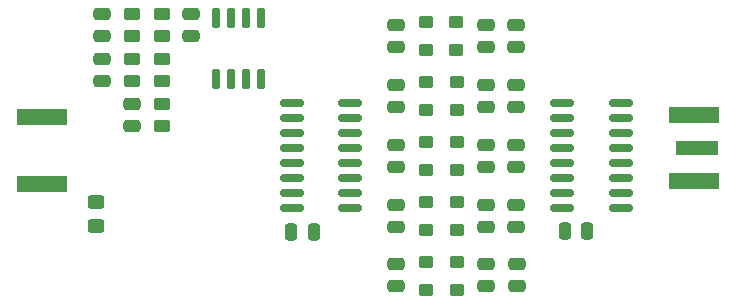
<source format=gbr>
G04 #@! TF.GenerationSoftware,KiCad,Pcbnew,8.0.5*
G04 #@! TF.CreationDate,2025-06-10T11:51:35+02:00*
G04 #@! TF.ProjectId,SDR_PreAmp_Filter,5344525f-5072-4654-916d-705f46696c74,rev?*
G04 #@! TF.SameCoordinates,Original*
G04 #@! TF.FileFunction,Paste,Top*
G04 #@! TF.FilePolarity,Positive*
%FSLAX46Y46*%
G04 Gerber Fmt 4.6, Leading zero omitted, Abs format (unit mm)*
G04 Created by KiCad (PCBNEW 8.0.5) date 2025-06-10 11:51:35*
%MOMM*%
%LPD*%
G01*
G04 APERTURE LIST*
G04 Aperture macros list*
%AMRoundRect*
0 Rectangle with rounded corners*
0 $1 Rounding radius*
0 $2 $3 $4 $5 $6 $7 $8 $9 X,Y pos of 4 corners*
0 Add a 4 corners polygon primitive as box body*
4,1,4,$2,$3,$4,$5,$6,$7,$8,$9,$2,$3,0*
0 Add four circle primitives for the rounded corners*
1,1,$1+$1,$2,$3*
1,1,$1+$1,$4,$5*
1,1,$1+$1,$6,$7*
1,1,$1+$1,$8,$9*
0 Add four rect primitives between the rounded corners*
20,1,$1+$1,$2,$3,$4,$5,0*
20,1,$1+$1,$4,$5,$6,$7,0*
20,1,$1+$1,$6,$7,$8,$9,0*
20,1,$1+$1,$8,$9,$2,$3,0*%
G04 Aperture macros list end*
%ADD10RoundRect,0.250000X-0.450000X0.262500X-0.450000X-0.262500X0.450000X-0.262500X0.450000X0.262500X0*%
%ADD11RoundRect,0.250000X0.475000X-0.250000X0.475000X0.250000X-0.475000X0.250000X-0.475000X-0.250000X0*%
%ADD12RoundRect,0.250000X0.350000X-0.275000X0.350000X0.275000X-0.350000X0.275000X-0.350000X-0.275000X0*%
%ADD13RoundRect,0.250000X-0.350000X0.275000X-0.350000X-0.275000X0.350000X-0.275000X0.350000X0.275000X0*%
%ADD14RoundRect,0.250000X0.450000X-0.325000X0.450000X0.325000X-0.450000X0.325000X-0.450000X-0.325000X0*%
%ADD15RoundRect,0.250000X-0.475000X0.250000X-0.475000X-0.250000X0.475000X-0.250000X0.475000X0.250000X0*%
%ADD16RoundRect,0.150000X0.150000X-0.725000X0.150000X0.725000X-0.150000X0.725000X-0.150000X-0.725000X0*%
%ADD17RoundRect,0.250000X0.450000X-0.262500X0.450000X0.262500X-0.450000X0.262500X-0.450000X-0.262500X0*%
%ADD18RoundRect,0.150000X0.825000X0.150000X-0.825000X0.150000X-0.825000X-0.150000X0.825000X-0.150000X0*%
%ADD19R,3.600000X1.270000*%
%ADD20R,4.200000X1.350000*%
%ADD21RoundRect,0.250000X-0.250000X-0.475000X0.250000X-0.475000X0.250000X0.475000X-0.250000X0.475000X0*%
G04 APERTURE END LIST*
D10*
X102108000Y-125137500D03*
X102108000Y-126962500D03*
D11*
X129600000Y-140550000D03*
X129600000Y-138650000D03*
X121920000Y-130490000D03*
X121920000Y-128590000D03*
D12*
X124460000Y-135770000D03*
X124460000Y-133470000D03*
D11*
X121920000Y-120330000D03*
X121920000Y-118430000D03*
X132080000Y-135570000D03*
X132080000Y-133670000D03*
D13*
X127065000Y-123310000D03*
X127065000Y-125610000D03*
D11*
X132080000Y-120330000D03*
X132080000Y-118430000D03*
D14*
X96500000Y-135450000D03*
X96500000Y-133400000D03*
D13*
X127065000Y-133470000D03*
X127065000Y-135770000D03*
D15*
X99568000Y-125100000D03*
X99568000Y-127000000D03*
D12*
X124460000Y-120530000D03*
X124460000Y-118230000D03*
D16*
X106730800Y-122980600D03*
X108000800Y-122980600D03*
X109270800Y-122980600D03*
X110540800Y-122980600D03*
X110540800Y-117830600D03*
X109270800Y-117830600D03*
X108000800Y-117830600D03*
X106730800Y-117830600D03*
D13*
X127100000Y-138550000D03*
X127100000Y-140850000D03*
D17*
X99568000Y-119342500D03*
X99568000Y-117517500D03*
D18*
X118045000Y-133985000D03*
X118045000Y-132715000D03*
X118045000Y-131445000D03*
X118045000Y-130175000D03*
X118045000Y-128905000D03*
X118045000Y-127635000D03*
X118045000Y-126365000D03*
X118045000Y-125095000D03*
X113095000Y-125095000D03*
X113095000Y-126365000D03*
X113095000Y-127635000D03*
X113095000Y-128905000D03*
X113095000Y-130175000D03*
X113095000Y-131445000D03*
X113095000Y-132715000D03*
X113095000Y-133985000D03*
D11*
X132200000Y-140550000D03*
X132200000Y-138650000D03*
X121920000Y-135570000D03*
X121920000Y-133670000D03*
D12*
X124500000Y-140850000D03*
X124500000Y-138550000D03*
D11*
X129540000Y-125410000D03*
X129540000Y-123510000D03*
D15*
X97028000Y-121290000D03*
X97028000Y-123190000D03*
D11*
X97012800Y-119390200D03*
X97012800Y-117490200D03*
D12*
X124460000Y-130690000D03*
X124460000Y-128390000D03*
D11*
X132080000Y-130490000D03*
X132080000Y-128590000D03*
X129540000Y-130490000D03*
X129540000Y-128590000D03*
X121900000Y-140550000D03*
X121900000Y-138650000D03*
D18*
X140950000Y-133985000D03*
X140950000Y-132715000D03*
X140950000Y-131445000D03*
X140950000Y-130175000D03*
X140950000Y-128905000D03*
X140950000Y-127635000D03*
X140950000Y-126365000D03*
X140950000Y-125095000D03*
X136000000Y-125095000D03*
X136000000Y-126365000D03*
X136000000Y-127635000D03*
X136000000Y-128905000D03*
X136000000Y-130175000D03*
X136000000Y-131445000D03*
X136000000Y-132715000D03*
X136000000Y-133985000D03*
D13*
X127000000Y-118230000D03*
X127000000Y-120530000D03*
X127065000Y-128390000D03*
X127065000Y-130690000D03*
D19*
X147393000Y-128874000D03*
D20*
X147193000Y-131699000D03*
X147193000Y-126049000D03*
D11*
X129540000Y-135570000D03*
X129540000Y-133670000D03*
D21*
X136210000Y-135890000D03*
X138110000Y-135890000D03*
D11*
X121920000Y-125410000D03*
X121920000Y-123510000D03*
D12*
X124460000Y-125610000D03*
X124460000Y-123310000D03*
D10*
X99568000Y-121327500D03*
X99568000Y-123152500D03*
D21*
X113080800Y-135940800D03*
X114980800Y-135940800D03*
D11*
X129540000Y-120330000D03*
X129540000Y-118430000D03*
X132080000Y-125410000D03*
X132080000Y-123510000D03*
D17*
X102108000Y-123152500D03*
X102108000Y-121327500D03*
D11*
X104546400Y-119380000D03*
X104546400Y-117480000D03*
D10*
X102108000Y-117517500D03*
X102108000Y-119342500D03*
D20*
X91998800Y-131882400D03*
X91998800Y-126232400D03*
M02*

</source>
